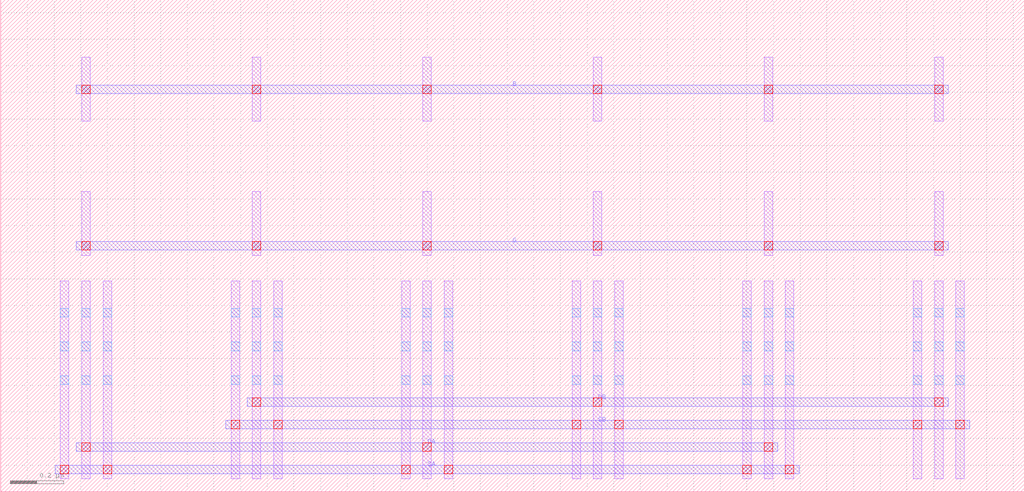
<source format=lef>
MACRO CMC_S_NMOS_B_nfin36_n12_X3_Y1_RVT
  ORIGIN 0 0 ;
  FOREIGN CMC_S_NMOS_B_nfin36_n12_X3_Y1_RVT 0 0 ;
  SIZE 3.8400 BY 1.8480 ;
  PIN SA
    DIRECTION INOUT ;
    USE SIGNAL ;
    PORT
      LAYER M2 ;
        RECT 0.2040 0.0680 2.9960 0.1000 ;
    END
  END SA
  PIN DA
    DIRECTION INOUT ;
    USE SIGNAL ;
    PORT
      LAYER M2 ;
        RECT 0.2840 0.1520 2.9160 0.1840 ;
    END
  END DA
  PIN SB
    DIRECTION INOUT ;
    USE SIGNAL ;
    PORT
      LAYER M2 ;
        RECT 0.8440 0.2360 3.6360 0.2680 ;
    END
  END SB
  PIN DB
    DIRECTION INOUT ;
    USE SIGNAL ;
    PORT
      LAYER M2 ;
        RECT 0.9240 0.3200 3.5560 0.3520 ;
    END
  END DB
  PIN G
    DIRECTION INOUT ;
    USE SIGNAL ;
    PORT
      LAYER M2 ;
        RECT 0.2840 0.9080 3.5560 0.9400 ;
    END
  END G
  PIN B
    DIRECTION INOUT ;
    USE SIGNAL ;
    PORT
      LAYER M2 ;
        RECT 0.2840 1.4960 3.5560 1.5280 ;
    END
  END B
  OBS
    LAYER M1 ;
      RECT 0.3040 0.0480 0.3360 0.7920 ;
    LAYER M1 ;
      RECT 0.3040 0.8880 0.3360 1.1280 ;
    LAYER M1 ;
      RECT 0.3040 1.3920 0.3360 1.6320 ;
    LAYER M1 ;
      RECT 0.2240 0.0480 0.2560 0.7920 ;
    LAYER M1 ;
      RECT 0.3840 0.0480 0.4160 0.7920 ;
    LAYER M1 ;
      RECT 0.9440 0.0480 0.9760 0.7920 ;
    LAYER M1 ;
      RECT 0.9440 0.8880 0.9760 1.1280 ;
    LAYER M1 ;
      RECT 0.9440 1.3920 0.9760 1.6320 ;
    LAYER M1 ;
      RECT 0.8640 0.0480 0.8960 0.7920 ;
    LAYER M1 ;
      RECT 1.0240 0.0480 1.0560 0.7920 ;
    LAYER M1 ;
      RECT 1.5840 0.0480 1.6160 0.7920 ;
    LAYER M1 ;
      RECT 1.5840 0.8880 1.6160 1.1280 ;
    LAYER M1 ;
      RECT 1.5840 1.3920 1.6160 1.6320 ;
    LAYER M1 ;
      RECT 1.5040 0.0480 1.5360 0.7920 ;
    LAYER M1 ;
      RECT 1.6640 0.0480 1.6960 0.7920 ;
    LAYER M1 ;
      RECT 2.2240 0.0480 2.2560 0.7920 ;
    LAYER M1 ;
      RECT 2.2240 0.8880 2.2560 1.1280 ;
    LAYER M1 ;
      RECT 2.2240 1.3920 2.2560 1.6320 ;
    LAYER M1 ;
      RECT 2.1440 0.0480 2.1760 0.7920 ;
    LAYER M1 ;
      RECT 2.3040 0.0480 2.3360 0.7920 ;
    LAYER M1 ;
      RECT 2.8640 0.0480 2.8960 0.7920 ;
    LAYER M1 ;
      RECT 2.8640 0.8880 2.8960 1.1280 ;
    LAYER M1 ;
      RECT 2.8640 1.3920 2.8960 1.6320 ;
    LAYER M1 ;
      RECT 2.7840 0.0480 2.8160 0.7920 ;
    LAYER M1 ;
      RECT 2.9440 0.0480 2.9760 0.7920 ;
    LAYER M1 ;
      RECT 3.5040 0.0480 3.5360 0.7920 ;
    LAYER M1 ;
      RECT 3.5040 0.8880 3.5360 1.1280 ;
    LAYER M1 ;
      RECT 3.5040 1.3920 3.5360 1.6320 ;
    LAYER M1 ;
      RECT 3.4240 0.0480 3.4560 0.7920 ;
    LAYER M1 ;
      RECT 3.5840 0.0480 3.6160 0.7920 ;
    LAYER V1 ;
      RECT 2.7840 0.0680 2.8160 0.1000 ;
    LAYER V1 ;
      RECT 0.2240 0.0680 0.2560 0.1000 ;
    LAYER V1 ;
      RECT 0.3840 0.0680 0.4160 0.1000 ;
    LAYER V1 ;
      RECT 2.9440 0.0680 2.9760 0.1000 ;
    LAYER V1 ;
      RECT 1.5040 0.0680 1.5360 0.1000 ;
    LAYER V1 ;
      RECT 1.6640 0.0680 1.6960 0.1000 ;
    LAYER V1 ;
      RECT 0.3040 0.1520 0.3360 0.1840 ;
    LAYER V1 ;
      RECT 0.3040 0.9080 0.3360 0.9400 ;
    LAYER V1 ;
      RECT 0.3040 1.4960 0.3360 1.5280 ;
    LAYER V1 ;
      RECT 2.8640 0.1520 2.8960 0.1840 ;
    LAYER V1 ;
      RECT 2.8640 0.9080 2.8960 0.9400 ;
    LAYER V1 ;
      RECT 2.8640 1.4960 2.8960 1.5280 ;
    LAYER V1 ;
      RECT 1.5840 0.1520 1.6160 0.1840 ;
    LAYER V1 ;
      RECT 1.5840 0.9080 1.6160 0.9400 ;
    LAYER V1 ;
      RECT 1.5840 1.4960 1.6160 1.5280 ;
    LAYER V1 ;
      RECT 0.8640 0.2360 0.8960 0.2680 ;
    LAYER V1 ;
      RECT 3.4240 0.2360 3.4560 0.2680 ;
    LAYER V1 ;
      RECT 1.0240 0.2360 1.0560 0.2680 ;
    LAYER V1 ;
      RECT 3.5840 0.2360 3.6160 0.2680 ;
    LAYER V1 ;
      RECT 2.1440 0.2360 2.1760 0.2680 ;
    LAYER V1 ;
      RECT 2.3040 0.2360 2.3360 0.2680 ;
    LAYER V1 ;
      RECT 0.9440 0.3200 0.9760 0.3520 ;
    LAYER V1 ;
      RECT 0.9440 0.9080 0.9760 0.9400 ;
    LAYER V1 ;
      RECT 0.9440 1.4960 0.9760 1.5280 ;
    LAYER V1 ;
      RECT 3.5040 0.3200 3.5360 0.3520 ;
    LAYER V1 ;
      RECT 3.5040 0.9080 3.5360 0.9400 ;
    LAYER V1 ;
      RECT 3.5040 1.4960 3.5360 1.5280 ;
    LAYER V1 ;
      RECT 2.2240 0.3200 2.2560 0.3520 ;
    LAYER V1 ;
      RECT 2.2240 0.9080 2.2560 0.9400 ;
    LAYER V1 ;
      RECT 2.2240 1.4960 2.2560 1.5280 ;
    LAYER V0 ;
      RECT 0.3040 0.4040 0.3360 0.4360 ;
    LAYER V0 ;
      RECT 0.3040 0.5300 0.3360 0.5620 ;
    LAYER V0 ;
      RECT 0.3040 0.6560 0.3360 0.6880 ;
    LAYER V0 ;
      RECT 0.3040 0.9080 0.3360 0.9400 ;
    LAYER V0 ;
      RECT 0.3040 1.4960 0.3360 1.5280 ;
    LAYER V0 ;
      RECT 0.2240 0.4040 0.2560 0.4360 ;
    LAYER V0 ;
      RECT 0.2240 0.5300 0.2560 0.5620 ;
    LAYER V0 ;
      RECT 0.2240 0.6560 0.2560 0.6880 ;
    LAYER V0 ;
      RECT 0.3840 0.4040 0.4160 0.4360 ;
    LAYER V0 ;
      RECT 0.3840 0.5300 0.4160 0.5620 ;
    LAYER V0 ;
      RECT 0.3840 0.6560 0.4160 0.6880 ;
    LAYER V0 ;
      RECT 0.9440 0.4040 0.9760 0.4360 ;
    LAYER V0 ;
      RECT 0.9440 0.5300 0.9760 0.5620 ;
    LAYER V0 ;
      RECT 0.9440 0.6560 0.9760 0.6880 ;
    LAYER V0 ;
      RECT 0.9440 0.9080 0.9760 0.9400 ;
    LAYER V0 ;
      RECT 0.9440 1.4960 0.9760 1.5280 ;
    LAYER V0 ;
      RECT 0.8640 0.4040 0.8960 0.4360 ;
    LAYER V0 ;
      RECT 0.8640 0.5300 0.8960 0.5620 ;
    LAYER V0 ;
      RECT 0.8640 0.6560 0.8960 0.6880 ;
    LAYER V0 ;
      RECT 1.0240 0.4040 1.0560 0.4360 ;
    LAYER V0 ;
      RECT 1.0240 0.5300 1.0560 0.5620 ;
    LAYER V0 ;
      RECT 1.0240 0.6560 1.0560 0.6880 ;
    LAYER V0 ;
      RECT 1.5840 0.4040 1.6160 0.4360 ;
    LAYER V0 ;
      RECT 1.5840 0.5300 1.6160 0.5620 ;
    LAYER V0 ;
      RECT 1.5840 0.6560 1.6160 0.6880 ;
    LAYER V0 ;
      RECT 1.5840 0.9080 1.6160 0.9400 ;
    LAYER V0 ;
      RECT 1.5840 1.4960 1.6160 1.5280 ;
    LAYER V0 ;
      RECT 1.5040 0.4040 1.5360 0.4360 ;
    LAYER V0 ;
      RECT 1.5040 0.5300 1.5360 0.5620 ;
    LAYER V0 ;
      RECT 1.5040 0.6560 1.5360 0.6880 ;
    LAYER V0 ;
      RECT 1.6640 0.4040 1.6960 0.4360 ;
    LAYER V0 ;
      RECT 1.6640 0.5300 1.6960 0.5620 ;
    LAYER V0 ;
      RECT 1.6640 0.6560 1.6960 0.6880 ;
    LAYER V0 ;
      RECT 2.2240 0.4040 2.2560 0.4360 ;
    LAYER V0 ;
      RECT 2.2240 0.5300 2.2560 0.5620 ;
    LAYER V0 ;
      RECT 2.2240 0.6560 2.2560 0.6880 ;
    LAYER V0 ;
      RECT 2.2240 0.9080 2.2560 0.9400 ;
    LAYER V0 ;
      RECT 2.2240 1.4960 2.2560 1.5280 ;
    LAYER V0 ;
      RECT 2.1440 0.4040 2.1760 0.4360 ;
    LAYER V0 ;
      RECT 2.1440 0.5300 2.1760 0.5620 ;
    LAYER V0 ;
      RECT 2.1440 0.6560 2.1760 0.6880 ;
    LAYER V0 ;
      RECT 2.3040 0.4040 2.3360 0.4360 ;
    LAYER V0 ;
      RECT 2.3040 0.5300 2.3360 0.5620 ;
    LAYER V0 ;
      RECT 2.3040 0.6560 2.3360 0.6880 ;
    LAYER V0 ;
      RECT 2.8640 0.4040 2.8960 0.4360 ;
    LAYER V0 ;
      RECT 2.8640 0.5300 2.8960 0.5620 ;
    LAYER V0 ;
      RECT 2.8640 0.6560 2.8960 0.6880 ;
    LAYER V0 ;
      RECT 2.8640 0.9080 2.8960 0.9400 ;
    LAYER V0 ;
      RECT 2.8640 1.4960 2.8960 1.5280 ;
    LAYER V0 ;
      RECT 2.7840 0.4040 2.8160 0.4360 ;
    LAYER V0 ;
      RECT 2.7840 0.5300 2.8160 0.5620 ;
    LAYER V0 ;
      RECT 2.7840 0.6560 2.8160 0.6880 ;
    LAYER V0 ;
      RECT 2.9440 0.4040 2.9760 0.4360 ;
    LAYER V0 ;
      RECT 2.9440 0.5300 2.9760 0.5620 ;
    LAYER V0 ;
      RECT 2.9440 0.6560 2.9760 0.6880 ;
    LAYER V0 ;
      RECT 3.5040 0.4040 3.5360 0.4360 ;
    LAYER V0 ;
      RECT 3.5040 0.5300 3.5360 0.5620 ;
    LAYER V0 ;
      RECT 3.5040 0.6560 3.5360 0.6880 ;
    LAYER V0 ;
      RECT 3.5040 0.9080 3.5360 0.9400 ;
    LAYER V0 ;
      RECT 3.5040 1.4960 3.5360 1.5280 ;
    LAYER V0 ;
      RECT 3.4240 0.4040 3.4560 0.4360 ;
    LAYER V0 ;
      RECT 3.4240 0.5300 3.4560 0.5620 ;
    LAYER V0 ;
      RECT 3.4240 0.6560 3.4560 0.6880 ;
    LAYER V0 ;
      RECT 3.5840 0.4040 3.6160 0.4360 ;
    LAYER V0 ;
      RECT 3.5840 0.5300 3.6160 0.5620 ;
    LAYER V0 ;
      RECT 3.5840 0.6560 3.6160 0.6880 ;
  END
END CMC_S_NMOS_B_nfin36_n12_X3_Y1_RVT
MACRO DCL_NMOS_nfin24_n12_X2_Y1_RVT
  ORIGIN 0 0 ;
  FOREIGN DCL_NMOS_nfin24_n12_X2_Y1_RVT 0 0 ;
  SIZE 0.8000 BY 1.8480 ;
  PIN S
    DIRECTION INOUT ;
    USE SIGNAL ;
    PORT
      LAYER M3 ;
        RECT 0.2200 0.0480 0.2600 1.5480 ;
    END
  END S
  PIN D
    DIRECTION INOUT ;
    USE SIGNAL ;
    PORT
      LAYER M3 ;
        RECT 0.3000 0.1320 0.3400 0.9600 ;
    END
  END D
  OBS
    LAYER M1 ;
      RECT 0.3040 0.0480 0.3360 0.7920 ;
    LAYER M1 ;
      RECT 0.3040 0.8880 0.3360 1.1280 ;
    LAYER M1 ;
      RECT 0.3040 1.3920 0.3360 1.6320 ;
    LAYER M1 ;
      RECT 0.2240 0.0480 0.2560 0.7920 ;
    LAYER M1 ;
      RECT 0.3840 0.0480 0.4160 0.7920 ;
    LAYER M1 ;
      RECT 0.4640 0.0480 0.4960 0.7920 ;
    LAYER M1 ;
      RECT 0.4640 0.8880 0.4960 1.1280 ;
    LAYER M1 ;
      RECT 0.4640 1.3920 0.4960 1.6320 ;
    LAYER M1 ;
      RECT 0.5440 0.0480 0.5760 0.7920 ;
    LAYER M2 ;
      RECT 0.2040 1.4960 0.5160 1.5280 ;
    LAYER M2 ;
      RECT 0.2040 0.0680 0.5960 0.1000 ;
    LAYER M2 ;
      RECT 0.2840 0.1520 0.5160 0.1840 ;
    LAYER M2 ;
      RECT 0.2840 0.9080 0.5160 0.9400 ;
    LAYER V1 ;
      RECT 0.3040 0.1520 0.3360 0.1840 ;
    LAYER V1 ;
      RECT 0.3040 0.9080 0.3360 0.9400 ;
    LAYER V1 ;
      RECT 0.3040 1.4960 0.3360 1.5280 ;
    LAYER V1 ;
      RECT 0.4640 0.1520 0.4960 0.1840 ;
    LAYER V1 ;
      RECT 0.4640 0.9080 0.4960 0.9400 ;
    LAYER V1 ;
      RECT 0.4640 1.4960 0.4960 1.5280 ;
    LAYER V1 ;
      RECT 0.2240 0.0680 0.2560 0.1000 ;
    LAYER V1 ;
      RECT 0.3840 0.0680 0.4160 0.1000 ;
    LAYER V1 ;
      RECT 0.5440 0.0680 0.5760 0.1000 ;
    LAYER V2 ;
      RECT 0.2240 0.0680 0.2560 0.1000 ;
    LAYER V2 ;
      RECT 0.2240 1.4960 0.2560 1.5280 ;
    LAYER V2 ;
      RECT 0.3040 0.1520 0.3360 0.1840 ;
    LAYER V2 ;
      RECT 0.3040 0.9080 0.3360 0.9400 ;
    LAYER V0 ;
      RECT 0.3040 0.4040 0.3360 0.4360 ;
    LAYER V0 ;
      RECT 0.3040 0.5300 0.3360 0.5620 ;
    LAYER V0 ;
      RECT 0.3040 0.6560 0.3360 0.6880 ;
    LAYER V0 ;
      RECT 0.3040 0.9080 0.3360 0.9400 ;
    LAYER V0 ;
      RECT 0.3040 1.4960 0.3360 1.5280 ;
    LAYER V0 ;
      RECT 0.2240 0.4040 0.2560 0.4360 ;
    LAYER V0 ;
      RECT 0.2240 0.5300 0.2560 0.5620 ;
    LAYER V0 ;
      RECT 0.2240 0.6560 0.2560 0.6880 ;
    LAYER V0 ;
      RECT 0.3840 0.4040 0.4160 0.4360 ;
    LAYER V0 ;
      RECT 0.3840 0.4040 0.4160 0.4360 ;
    LAYER V0 ;
      RECT 0.3840 0.5300 0.4160 0.5620 ;
    LAYER V0 ;
      RECT 0.3840 0.5300 0.4160 0.5620 ;
    LAYER V0 ;
      RECT 0.3840 0.6560 0.4160 0.6880 ;
    LAYER V0 ;
      RECT 0.3840 0.6560 0.4160 0.6880 ;
    LAYER V0 ;
      RECT 0.4640 0.4040 0.4960 0.4360 ;
    LAYER V0 ;
      RECT 0.4640 0.5300 0.4960 0.5620 ;
    LAYER V0 ;
      RECT 0.4640 0.6560 0.4960 0.6880 ;
    LAYER V0 ;
      RECT 0.4640 0.9080 0.4960 0.9400 ;
    LAYER V0 ;
      RECT 0.4640 1.4960 0.4960 1.5280 ;
    LAYER V0 ;
      RECT 0.5440 0.4040 0.5760 0.4360 ;
    LAYER V0 ;
      RECT 0.5440 0.5300 0.5760 0.5620 ;
    LAYER V0 ;
      RECT 0.5440 0.6560 0.5760 0.6880 ;
  END
END DCL_NMOS_nfin24_n12_X2_Y1_RVT
MACRO CMC_PMOS_nfin12_n12_X1_Y1_RVT
  ORIGIN 0 0 ;
  FOREIGN CMC_PMOS_nfin12_n12_X1_Y1_RVT 0 0 ;
  SIZE 0.8000 BY 1.8480 ;
  PIN S
    DIRECTION INOUT ;
    USE SIGNAL ;
    PORT
      LAYER M3 ;
        RECT 0.1400 0.0480 0.1800 1.5480 ;
    END
  END S
  PIN DA
    DIRECTION INOUT ;
    USE SIGNAL ;
    PORT
      LAYER M2 ;
        RECT 0.1240 0.1520 0.3560 0.1840 ;
    END
  END DA
  PIN DB
    DIRECTION INOUT ;
    USE SIGNAL ;
    PORT
      LAYER M2 ;
        RECT 0.2840 0.2360 0.5160 0.2680 ;
    END
  END DB
  PIN G
    DIRECTION INOUT ;
    USE SIGNAL ;
    PORT
      LAYER M2 ;
        RECT 0.2840 0.9080 0.5160 0.9400 ;
    END
  END G
  OBS
    LAYER M1 ;
      RECT 0.3040 0.0480 0.3360 0.7920 ;
    LAYER M1 ;
      RECT 0.3040 0.8880 0.3360 1.1280 ;
    LAYER M1 ;
      RECT 0.3040 1.3920 0.3360 1.6320 ;
    LAYER M1 ;
      RECT 0.2240 0.0480 0.2560 0.7920 ;
    LAYER M1 ;
      RECT 0.3840 0.0480 0.4160 0.7920 ;
    LAYER M1 ;
      RECT 0.4640 0.0480 0.4960 0.7920 ;
    LAYER M1 ;
      RECT 0.4640 0.8880 0.4960 1.1280 ;
    LAYER M1 ;
      RECT 0.4640 1.3920 0.4960 1.6320 ;
    LAYER M1 ;
      RECT 0.5440 0.0480 0.5760 0.7920 ;
    LAYER M2 ;
      RECT 0.1240 1.4960 0.5160 1.5280 ;
    LAYER M2 ;
      RECT 0.1240 0.0680 0.5960 0.1000 ;
    LAYER V1 ;
      RECT 0.3040 0.1520 0.3360 0.1840 ;
    LAYER V1 ;
      RECT 0.3040 0.9080 0.3360 0.9400 ;
    LAYER V1 ;
      RECT 0.3040 1.4960 0.3360 1.5280 ;
    LAYER V1 ;
      RECT 0.4640 0.2360 0.4960 0.2680 ;
    LAYER V1 ;
      RECT 0.4640 0.9080 0.4960 0.9400 ;
    LAYER V1 ;
      RECT 0.4640 1.4960 0.4960 1.5280 ;
    LAYER V1 ;
      RECT 0.2240 0.0680 0.2560 0.1000 ;
    LAYER V1 ;
      RECT 0.3840 0.0680 0.4160 0.1000 ;
    LAYER V1 ;
      RECT 0.5440 0.0680 0.5760 0.1000 ;
    LAYER V2 ;
      RECT 0.1440 0.0680 0.1760 0.1000 ;
    LAYER V2 ;
      RECT 0.1440 1.4960 0.1760 1.5280 ;
    LAYER V0 ;
      RECT 0.3040 0.4040 0.3360 0.4360 ;
    LAYER V0 ;
      RECT 0.3040 0.5300 0.3360 0.5620 ;
    LAYER V0 ;
      RECT 0.3040 0.6560 0.3360 0.6880 ;
    LAYER V0 ;
      RECT 0.3040 0.9080 0.3360 0.9400 ;
    LAYER V0 ;
      RECT 0.3040 1.4960 0.3360 1.5280 ;
    LAYER V0 ;
      RECT 0.2240 0.4040 0.2560 0.4360 ;
    LAYER V0 ;
      RECT 0.2240 0.5300 0.2560 0.5620 ;
    LAYER V0 ;
      RECT 0.2240 0.6560 0.2560 0.6880 ;
    LAYER V0 ;
      RECT 0.3840 0.4040 0.4160 0.4360 ;
    LAYER V0 ;
      RECT 0.3840 0.4040 0.4160 0.4360 ;
    LAYER V0 ;
      RECT 0.3840 0.5300 0.4160 0.5620 ;
    LAYER V0 ;
      RECT 0.3840 0.5300 0.4160 0.5620 ;
    LAYER V0 ;
      RECT 0.3840 0.6560 0.4160 0.6880 ;
    LAYER V0 ;
      RECT 0.3840 0.6560 0.4160 0.6880 ;
    LAYER V0 ;
      RECT 0.4640 0.4040 0.4960 0.4360 ;
    LAYER V0 ;
      RECT 0.4640 0.5300 0.4960 0.5620 ;
    LAYER V0 ;
      RECT 0.4640 0.6560 0.4960 0.6880 ;
    LAYER V0 ;
      RECT 0.4640 0.9080 0.4960 0.9400 ;
    LAYER V0 ;
      RECT 0.4640 1.4960 0.4960 1.5280 ;
    LAYER V0 ;
      RECT 0.5440 0.4040 0.5760 0.4360 ;
    LAYER V0 ;
      RECT 0.5440 0.5300 0.5760 0.5620 ;
    LAYER V0 ;
      RECT 0.5440 0.6560 0.5760 0.6880 ;
  END
END CMC_PMOS_nfin12_n12_X1_Y1_RVT
MACRO DP_NMOS_B_nfin108_n12_X9_Y1_RVT
  ORIGIN 0 0 ;
  FOREIGN DP_NMOS_B_nfin108_n12_X9_Y1_RVT 0 0 ;
  SIZE 3.3600 BY 1.8480 ;
  PIN S
    DIRECTION INOUT ;
    USE SIGNAL ;
    PORT
      LAYER M2 ;
        RECT 0.2040 0.0680 3.1560 0.1000 ;
    END
  END S
  PIN DA
    DIRECTION INOUT ;
    USE SIGNAL ;
    PORT
      LAYER M2 ;
        RECT 0.2840 0.1520 2.9160 0.1840 ;
    END
  END DA
  PIN DB
    DIRECTION INOUT ;
    USE SIGNAL ;
    PORT
      LAYER M2 ;
        RECT 0.4440 0.2360 3.0760 0.2680 ;
    END
  END DB
  PIN GA
    DIRECTION INOUT ;
    USE SIGNAL ;
    PORT
      LAYER M2 ;
        RECT 0.2840 0.9080 2.9160 0.9400 ;
    END
  END GA
  PIN GB
    DIRECTION INOUT ;
    USE SIGNAL ;
    PORT
      LAYER M2 ;
        RECT 0.4440 0.9920 3.0760 1.0240 ;
    END
  END GB
  PIN B
    DIRECTION INOUT ;
    USE SIGNAL ;
    PORT
      LAYER M2 ;
        RECT 0.2840 1.4960 3.0760 1.5280 ;
    END
  END B
  OBS
    LAYER M1 ;
      RECT 0.3040 0.0480 0.3360 0.7920 ;
    LAYER M1 ;
      RECT 0.3040 0.8880 0.3360 1.1280 ;
    LAYER M1 ;
      RECT 0.3040 1.3920 0.3360 1.6320 ;
    LAYER M1 ;
      RECT 0.2240 0.0480 0.2560 0.7920 ;
    LAYER M1 ;
      RECT 0.3840 0.0480 0.4160 0.7920 ;
    LAYER M1 ;
      RECT 0.4640 0.0480 0.4960 0.7920 ;
    LAYER M1 ;
      RECT 0.4640 0.8880 0.4960 1.1280 ;
    LAYER M1 ;
      RECT 0.4640 1.3920 0.4960 1.6320 ;
    LAYER M1 ;
      RECT 0.5440 0.0480 0.5760 0.7920 ;
    LAYER M1 ;
      RECT 0.6240 0.0480 0.6560 0.7920 ;
    LAYER M1 ;
      RECT 0.6240 0.8880 0.6560 1.1280 ;
    LAYER M1 ;
      RECT 0.6240 1.3920 0.6560 1.6320 ;
    LAYER M1 ;
      RECT 0.7040 0.0480 0.7360 0.7920 ;
    LAYER M1 ;
      RECT 0.7840 0.0480 0.8160 0.7920 ;
    LAYER M1 ;
      RECT 0.7840 0.8880 0.8160 1.1280 ;
    LAYER M1 ;
      RECT 0.7840 1.3920 0.8160 1.6320 ;
    LAYER M1 ;
      RECT 0.8640 0.0480 0.8960 0.7920 ;
    LAYER M1 ;
      RECT 0.9440 0.0480 0.9760 0.7920 ;
    LAYER M1 ;
      RECT 0.9440 0.8880 0.9760 1.1280 ;
    LAYER M1 ;
      RECT 0.9440 1.3920 0.9760 1.6320 ;
    LAYER M1 ;
      RECT 1.0240 0.0480 1.0560 0.7920 ;
    LAYER M1 ;
      RECT 1.1040 0.0480 1.1360 0.7920 ;
    LAYER M1 ;
      RECT 1.1040 0.8880 1.1360 1.1280 ;
    LAYER M1 ;
      RECT 1.1040 1.3920 1.1360 1.6320 ;
    LAYER M1 ;
      RECT 1.1840 0.0480 1.2160 0.7920 ;
    LAYER M1 ;
      RECT 1.2640 0.0480 1.2960 0.7920 ;
    LAYER M1 ;
      RECT 1.2640 0.8880 1.2960 1.1280 ;
    LAYER M1 ;
      RECT 1.2640 1.3920 1.2960 1.6320 ;
    LAYER M1 ;
      RECT 1.3440 0.0480 1.3760 0.7920 ;
    LAYER M1 ;
      RECT 1.4240 0.0480 1.4560 0.7920 ;
    LAYER M1 ;
      RECT 1.4240 0.8880 1.4560 1.1280 ;
    LAYER M1 ;
      RECT 1.4240 1.3920 1.4560 1.6320 ;
    LAYER M1 ;
      RECT 1.5040 0.0480 1.5360 0.7920 ;
    LAYER M1 ;
      RECT 1.5840 0.0480 1.6160 0.7920 ;
    LAYER M1 ;
      RECT 1.5840 0.8880 1.6160 1.1280 ;
    LAYER M1 ;
      RECT 1.5840 1.3920 1.6160 1.6320 ;
    LAYER M1 ;
      RECT 1.6640 0.0480 1.6960 0.7920 ;
    LAYER M1 ;
      RECT 1.7440 0.0480 1.7760 0.7920 ;
    LAYER M1 ;
      RECT 1.7440 0.8880 1.7760 1.1280 ;
    LAYER M1 ;
      RECT 1.7440 1.3920 1.7760 1.6320 ;
    LAYER M1 ;
      RECT 1.8240 0.0480 1.8560 0.7920 ;
    LAYER M1 ;
      RECT 1.9040 0.0480 1.9360 0.7920 ;
    LAYER M1 ;
      RECT 1.9040 0.8880 1.9360 1.1280 ;
    LAYER M1 ;
      RECT 1.9040 1.3920 1.9360 1.6320 ;
    LAYER M1 ;
      RECT 1.9840 0.0480 2.0160 0.7920 ;
    LAYER M1 ;
      RECT 2.0640 0.0480 2.0960 0.7920 ;
    LAYER M1 ;
      RECT 2.0640 0.8880 2.0960 1.1280 ;
    LAYER M1 ;
      RECT 2.0640 1.3920 2.0960 1.6320 ;
    LAYER M1 ;
      RECT 2.1440 0.0480 2.1760 0.7920 ;
    LAYER M1 ;
      RECT 2.2240 0.0480 2.2560 0.7920 ;
    LAYER M1 ;
      RECT 2.2240 0.8880 2.2560 1.1280 ;
    LAYER M1 ;
      RECT 2.2240 1.3920 2.2560 1.6320 ;
    LAYER M1 ;
      RECT 2.3040 0.0480 2.3360 0.7920 ;
    LAYER M1 ;
      RECT 2.3840 0.0480 2.4160 0.7920 ;
    LAYER M1 ;
      RECT 2.3840 0.8880 2.4160 1.1280 ;
    LAYER M1 ;
      RECT 2.3840 1.3920 2.4160 1.6320 ;
    LAYER M1 ;
      RECT 2.4640 0.0480 2.4960 0.7920 ;
    LAYER M1 ;
      RECT 2.5440 0.0480 2.5760 0.7920 ;
    LAYER M1 ;
      RECT 2.5440 0.8880 2.5760 1.1280 ;
    LAYER M1 ;
      RECT 2.5440 1.3920 2.5760 1.6320 ;
    LAYER M1 ;
      RECT 2.6240 0.0480 2.6560 0.7920 ;
    LAYER M1 ;
      RECT 2.7040 0.0480 2.7360 0.7920 ;
    LAYER M1 ;
      RECT 2.7040 0.8880 2.7360 1.1280 ;
    LAYER M1 ;
      RECT 2.7040 1.3920 2.7360 1.6320 ;
    LAYER M1 ;
      RECT 2.7840 0.0480 2.8160 0.7920 ;
    LAYER M1 ;
      RECT 2.8640 0.0480 2.8960 0.7920 ;
    LAYER M1 ;
      RECT 2.8640 0.8880 2.8960 1.1280 ;
    LAYER M1 ;
      RECT 2.8640 1.3920 2.8960 1.6320 ;
    LAYER M1 ;
      RECT 2.9440 0.0480 2.9760 0.7920 ;
    LAYER M1 ;
      RECT 3.0240 0.0480 3.0560 0.7920 ;
    LAYER M1 ;
      RECT 3.0240 0.8880 3.0560 1.1280 ;
    LAYER M1 ;
      RECT 3.0240 1.3920 3.0560 1.6320 ;
    LAYER M1 ;
      RECT 3.1040 0.0480 3.1360 0.7920 ;
    LAYER V1 ;
      RECT 0.2240 0.0680 0.2560 0.1000 ;
    LAYER V1 ;
      RECT 0.3840 0.0680 0.4160 0.1000 ;
    LAYER V1 ;
      RECT 0.5440 0.0680 0.5760 0.1000 ;
    LAYER V1 ;
      RECT 0.7040 0.0680 0.7360 0.1000 ;
    LAYER V1 ;
      RECT 0.8640 0.0680 0.8960 0.1000 ;
    LAYER V1 ;
      RECT 1.0240 0.0680 1.0560 0.1000 ;
    LAYER V1 ;
      RECT 1.1840 0.0680 1.2160 0.1000 ;
    LAYER V1 ;
      RECT 1.3440 0.0680 1.3760 0.1000 ;
    LAYER V1 ;
      RECT 1.5040 0.0680 1.5360 0.1000 ;
    LAYER V1 ;
      RECT 1.6640 0.0680 1.6960 0.1000 ;
    LAYER V1 ;
      RECT 1.8240 0.0680 1.8560 0.1000 ;
    LAYER V1 ;
      RECT 1.9840 0.0680 2.0160 0.1000 ;
    LAYER V1 ;
      RECT 2.1440 0.0680 2.1760 0.1000 ;
    LAYER V1 ;
      RECT 2.3040 0.0680 2.3360 0.1000 ;
    LAYER V1 ;
      RECT 2.4640 0.0680 2.4960 0.1000 ;
    LAYER V1 ;
      RECT 2.6240 0.0680 2.6560 0.1000 ;
    LAYER V1 ;
      RECT 2.7840 0.0680 2.8160 0.1000 ;
    LAYER V1 ;
      RECT 2.9440 0.0680 2.9760 0.1000 ;
    LAYER V1 ;
      RECT 3.1040 0.0680 3.1360 0.1000 ;
    LAYER V1 ;
      RECT 2.5440 0.1520 2.5760 0.1840 ;
    LAYER V1 ;
      RECT 2.5440 0.9080 2.5760 0.9400 ;
    LAYER V1 ;
      RECT 2.5440 1.4960 2.5760 1.5280 ;
    LAYER V1 ;
      RECT 0.3040 0.1520 0.3360 0.1840 ;
    LAYER V1 ;
      RECT 0.3040 0.9080 0.3360 0.9400 ;
    LAYER V1 ;
      RECT 0.3040 1.4960 0.3360 1.5280 ;
    LAYER V1 ;
      RECT 2.8640 0.1520 2.8960 0.1840 ;
    LAYER V1 ;
      RECT 2.8640 0.9080 2.8960 0.9400 ;
    LAYER V1 ;
      RECT 2.8640 1.4960 2.8960 1.5280 ;
    LAYER V1 ;
      RECT 0.6240 0.1520 0.6560 0.1840 ;
    LAYER V1 ;
      RECT 0.6240 0.9080 0.6560 0.9400 ;
    LAYER V1 ;
      RECT 0.6240 1.4960 0.6560 1.5280 ;
    LAYER V1 ;
      RECT 0.9440 0.1520 0.9760 0.1840 ;
    LAYER V1 ;
      RECT 0.9440 0.9080 0.9760 0.9400 ;
    LAYER V1 ;
      RECT 0.9440 1.4960 0.9760 1.5280 ;
    LAYER V1 ;
      RECT 1.2640 0.1520 1.2960 0.1840 ;
    LAYER V1 ;
      RECT 1.2640 0.9080 1.2960 0.9400 ;
    LAYER V1 ;
      RECT 1.2640 1.4960 1.2960 1.5280 ;
    LAYER V1 ;
      RECT 1.5840 0.1520 1.6160 0.1840 ;
    LAYER V1 ;
      RECT 1.5840 0.9080 1.6160 0.9400 ;
    LAYER V1 ;
      RECT 1.5840 1.4960 1.6160 1.5280 ;
    LAYER V1 ;
      RECT 1.9040 0.1520 1.9360 0.1840 ;
    LAYER V1 ;
      RECT 1.9040 0.9080 1.9360 0.9400 ;
    LAYER V1 ;
      RECT 1.9040 1.4960 1.9360 1.5280 ;
    LAYER V1 ;
      RECT 2.2240 0.1520 2.2560 0.1840 ;
    LAYER V1 ;
      RECT 2.2240 0.9080 2.2560 0.9400 ;
    LAYER V1 ;
      RECT 2.2240 1.4960 2.2560 1.5280 ;
    LAYER V1 ;
      RECT 2.7040 0.2360 2.7360 0.2680 ;
    LAYER V1 ;
      RECT 2.7040 0.9920 2.7360 1.0240 ;
    LAYER V1 ;
      RECT 2.7040 1.4960 2.7360 1.5280 ;
    LAYER V1 ;
      RECT 3.0240 0.2360 3.0560 0.2680 ;
    LAYER V1 ;
      RECT 3.0240 0.9920 3.0560 1.0240 ;
    LAYER V1 ;
      RECT 3.0240 1.4960 3.0560 1.5280 ;
    LAYER V1 ;
      RECT 0.4640 0.2360 0.4960 0.2680 ;
    LAYER V1 ;
      RECT 0.4640 0.9920 0.4960 1.0240 ;
    LAYER V1 ;
      RECT 0.4640 1.4960 0.4960 1.5280 ;
    LAYER V1 ;
      RECT 0.7840 0.2360 0.8160 0.2680 ;
    LAYER V1 ;
      RECT 0.7840 0.9920 0.8160 1.0240 ;
    LAYER V1 ;
      RECT 0.7840 1.4960 0.8160 1.5280 ;
    LAYER V1 ;
      RECT 1.1040 0.2360 1.1360 0.2680 ;
    LAYER V1 ;
      RECT 1.1040 0.9920 1.1360 1.0240 ;
    LAYER V1 ;
      RECT 1.1040 1.4960 1.1360 1.5280 ;
    LAYER V1 ;
      RECT 1.4240 0.2360 1.4560 0.2680 ;
    LAYER V1 ;
      RECT 1.4240 0.9920 1.4560 1.0240 ;
    LAYER V1 ;
      RECT 1.4240 1.4960 1.4560 1.5280 ;
    LAYER V1 ;
      RECT 1.7440 0.2360 1.7760 0.2680 ;
    LAYER V1 ;
      RECT 1.7440 0.9920 1.7760 1.0240 ;
    LAYER V1 ;
      RECT 1.7440 1.4960 1.7760 1.5280 ;
    LAYER V1 ;
      RECT 2.0640 0.2360 2.0960 0.2680 ;
    LAYER V1 ;
      RECT 2.0640 0.9920 2.0960 1.0240 ;
    LAYER V1 ;
      RECT 2.0640 1.4960 2.0960 1.5280 ;
    LAYER V1 ;
      RECT 2.3840 0.2360 2.4160 0.2680 ;
    LAYER V1 ;
      RECT 2.3840 0.9920 2.4160 1.0240 ;
    LAYER V1 ;
      RECT 2.3840 1.4960 2.4160 1.5280 ;
    LAYER V0 ;
      RECT 0.3040 0.4040 0.3360 0.4360 ;
    LAYER V0 ;
      RECT 0.3040 0.5300 0.3360 0.5620 ;
    LAYER V0 ;
      RECT 0.3040 0.6560 0.3360 0.6880 ;
    LAYER V0 ;
      RECT 0.3040 0.9080 0.3360 0.9400 ;
    LAYER V0 ;
      RECT 0.3040 1.4960 0.3360 1.5280 ;
    LAYER V0 ;
      RECT 0.2240 0.4040 0.2560 0.4360 ;
    LAYER V0 ;
      RECT 0.2240 0.5300 0.2560 0.5620 ;
    LAYER V0 ;
      RECT 0.2240 0.6560 0.2560 0.6880 ;
    LAYER V0 ;
      RECT 0.3840 0.4040 0.4160 0.4360 ;
    LAYER V0 ;
      RECT 0.3840 0.4040 0.4160 0.4360 ;
    LAYER V0 ;
      RECT 0.3840 0.5300 0.4160 0.5620 ;
    LAYER V0 ;
      RECT 0.3840 0.5300 0.4160 0.5620 ;
    LAYER V0 ;
      RECT 0.3840 0.6560 0.4160 0.6880 ;
    LAYER V0 ;
      RECT 0.3840 0.6560 0.4160 0.6880 ;
    LAYER V0 ;
      RECT 0.4640 0.4040 0.4960 0.4360 ;
    LAYER V0 ;
      RECT 0.4640 0.5300 0.4960 0.5620 ;
    LAYER V0 ;
      RECT 0.4640 0.6560 0.4960 0.6880 ;
    LAYER V0 ;
      RECT 0.4640 0.9080 0.4960 0.9400 ;
    LAYER V0 ;
      RECT 0.4640 1.4960 0.4960 1.5280 ;
    LAYER V0 ;
      RECT 0.5440 0.4040 0.5760 0.4360 ;
    LAYER V0 ;
      RECT 0.5440 0.4040 0.5760 0.4360 ;
    LAYER V0 ;
      RECT 0.5440 0.5300 0.5760 0.5620 ;
    LAYER V0 ;
      RECT 0.5440 0.5300 0.5760 0.5620 ;
    LAYER V0 ;
      RECT 0.5440 0.6560 0.5760 0.6880 ;
    LAYER V0 ;
      RECT 0.5440 0.6560 0.5760 0.6880 ;
    LAYER V0 ;
      RECT 0.6240 0.4040 0.6560 0.4360 ;
    LAYER V0 ;
      RECT 0.6240 0.5300 0.6560 0.5620 ;
    LAYER V0 ;
      RECT 0.6240 0.6560 0.6560 0.6880 ;
    LAYER V0 ;
      RECT 0.6240 0.9080 0.6560 0.9400 ;
    LAYER V0 ;
      RECT 0.6240 1.4960 0.6560 1.5280 ;
    LAYER V0 ;
      RECT 0.7040 0.4040 0.7360 0.4360 ;
    LAYER V0 ;
      RECT 0.7040 0.4040 0.7360 0.4360 ;
    LAYER V0 ;
      RECT 0.7040 0.5300 0.7360 0.5620 ;
    LAYER V0 ;
      RECT 0.7040 0.5300 0.7360 0.5620 ;
    LAYER V0 ;
      RECT 0.7040 0.6560 0.7360 0.6880 ;
    LAYER V0 ;
      RECT 0.7040 0.6560 0.7360 0.6880 ;
    LAYER V0 ;
      RECT 0.7840 0.4040 0.8160 0.4360 ;
    LAYER V0 ;
      RECT 0.7840 0.5300 0.8160 0.5620 ;
    LAYER V0 ;
      RECT 0.7840 0.6560 0.8160 0.6880 ;
    LAYER V0 ;
      RECT 0.7840 0.9080 0.8160 0.9400 ;
    LAYER V0 ;
      RECT 0.7840 1.4960 0.8160 1.5280 ;
    LAYER V0 ;
      RECT 0.8640 0.4040 0.8960 0.4360 ;
    LAYER V0 ;
      RECT 0.8640 0.4040 0.8960 0.4360 ;
    LAYER V0 ;
      RECT 0.8640 0.5300 0.8960 0.5620 ;
    LAYER V0 ;
      RECT 0.8640 0.5300 0.8960 0.5620 ;
    LAYER V0 ;
      RECT 0.8640 0.6560 0.8960 0.6880 ;
    LAYER V0 ;
      RECT 0.8640 0.6560 0.8960 0.6880 ;
    LAYER V0 ;
      RECT 0.9440 0.4040 0.9760 0.4360 ;
    LAYER V0 ;
      RECT 0.9440 0.5300 0.9760 0.5620 ;
    LAYER V0 ;
      RECT 0.9440 0.6560 0.9760 0.6880 ;
    LAYER V0 ;
      RECT 0.9440 0.9080 0.9760 0.9400 ;
    LAYER V0 ;
      RECT 0.9440 1.4960 0.9760 1.5280 ;
    LAYER V0 ;
      RECT 1.0240 0.4040 1.0560 0.4360 ;
    LAYER V0 ;
      RECT 1.0240 0.4040 1.0560 0.4360 ;
    LAYER V0 ;
      RECT 1.0240 0.5300 1.0560 0.5620 ;
    LAYER V0 ;
      RECT 1.0240 0.5300 1.0560 0.5620 ;
    LAYER V0 ;
      RECT 1.0240 0.6560 1.0560 0.6880 ;
    LAYER V0 ;
      RECT 1.0240 0.6560 1.0560 0.6880 ;
    LAYER V0 ;
      RECT 1.1040 0.4040 1.1360 0.4360 ;
    LAYER V0 ;
      RECT 1.1040 0.5300 1.1360 0.5620 ;
    LAYER V0 ;
      RECT 1.1040 0.6560 1.1360 0.6880 ;
    LAYER V0 ;
      RECT 1.1040 0.9080 1.1360 0.9400 ;
    LAYER V0 ;
      RECT 1.1040 1.4960 1.1360 1.5280 ;
    LAYER V0 ;
      RECT 1.1840 0.4040 1.2160 0.4360 ;
    LAYER V0 ;
      RECT 1.1840 0.4040 1.2160 0.4360 ;
    LAYER V0 ;
      RECT 1.1840 0.5300 1.2160 0.5620 ;
    LAYER V0 ;
      RECT 1.1840 0.5300 1.2160 0.5620 ;
    LAYER V0 ;
      RECT 1.1840 0.6560 1.2160 0.6880 ;
    LAYER V0 ;
      RECT 1.1840 0.6560 1.2160 0.6880 ;
    LAYER V0 ;
      RECT 1.2640 0.4040 1.2960 0.4360 ;
    LAYER V0 ;
      RECT 1.2640 0.5300 1.2960 0.5620 ;
    LAYER V0 ;
      RECT 1.2640 0.6560 1.2960 0.6880 ;
    LAYER V0 ;
      RECT 1.2640 0.9080 1.2960 0.9400 ;
    LAYER V0 ;
      RECT 1.2640 1.4960 1.2960 1.5280 ;
    LAYER V0 ;
      RECT 1.3440 0.4040 1.3760 0.4360 ;
    LAYER V0 ;
      RECT 1.3440 0.4040 1.3760 0.4360 ;
    LAYER V0 ;
      RECT 1.3440 0.5300 1.3760 0.5620 ;
    LAYER V0 ;
      RECT 1.3440 0.5300 1.3760 0.5620 ;
    LAYER V0 ;
      RECT 1.3440 0.6560 1.3760 0.6880 ;
    LAYER V0 ;
      RECT 1.3440 0.6560 1.3760 0.6880 ;
    LAYER V0 ;
      RECT 1.4240 0.4040 1.4560 0.4360 ;
    LAYER V0 ;
      RECT 1.4240 0.5300 1.4560 0.5620 ;
    LAYER V0 ;
      RECT 1.4240 0.6560 1.4560 0.6880 ;
    LAYER V0 ;
      RECT 1.4240 0.9080 1.4560 0.9400 ;
    LAYER V0 ;
      RECT 1.4240 1.4960 1.4560 1.5280 ;
    LAYER V0 ;
      RECT 1.5040 0.4040 1.5360 0.4360 ;
    LAYER V0 ;
      RECT 1.5040 0.4040 1.5360 0.4360 ;
    LAYER V0 ;
      RECT 1.5040 0.5300 1.5360 0.5620 ;
    LAYER V0 ;
      RECT 1.5040 0.5300 1.5360 0.5620 ;
    LAYER V0 ;
      RECT 1.5040 0.6560 1.5360 0.6880 ;
    LAYER V0 ;
      RECT 1.5040 0.6560 1.5360 0.6880 ;
    LAYER V0 ;
      RECT 1.5840 0.4040 1.6160 0.4360 ;
    LAYER V0 ;
      RECT 1.5840 0.5300 1.6160 0.5620 ;
    LAYER V0 ;
      RECT 1.5840 0.6560 1.6160 0.6880 ;
    LAYER V0 ;
      RECT 1.5840 0.9080 1.6160 0.9400 ;
    LAYER V0 ;
      RECT 1.5840 1.4960 1.6160 1.5280 ;
    LAYER V0 ;
      RECT 1.6640 0.4040 1.6960 0.4360 ;
    LAYER V0 ;
      RECT 1.6640 0.4040 1.6960 0.4360 ;
    LAYER V0 ;
      RECT 1.6640 0.5300 1.6960 0.5620 ;
    LAYER V0 ;
      RECT 1.6640 0.5300 1.6960 0.5620 ;
    LAYER V0 ;
      RECT 1.6640 0.6560 1.6960 0.6880 ;
    LAYER V0 ;
      RECT 1.6640 0.6560 1.6960 0.6880 ;
    LAYER V0 ;
      RECT 1.7440 0.4040 1.7760 0.4360 ;
    LAYER V0 ;
      RECT 1.7440 0.5300 1.7760 0.5620 ;
    LAYER V0 ;
      RECT 1.7440 0.6560 1.7760 0.6880 ;
    LAYER V0 ;
      RECT 1.7440 0.9080 1.7760 0.9400 ;
    LAYER V0 ;
      RECT 1.7440 1.4960 1.7760 1.5280 ;
    LAYER V0 ;
      RECT 1.8240 0.4040 1.8560 0.4360 ;
    LAYER V0 ;
      RECT 1.8240 0.4040 1.8560 0.4360 ;
    LAYER V0 ;
      RECT 1.8240 0.5300 1.8560 0.5620 ;
    LAYER V0 ;
      RECT 1.8240 0.5300 1.8560 0.5620 ;
    LAYER V0 ;
      RECT 1.8240 0.6560 1.8560 0.6880 ;
    LAYER V0 ;
      RECT 1.8240 0.6560 1.8560 0.6880 ;
    LAYER V0 ;
      RECT 1.9040 0.4040 1.9360 0.4360 ;
    LAYER V0 ;
      RECT 1.9040 0.5300 1.9360 0.5620 ;
    LAYER V0 ;
      RECT 1.9040 0.6560 1.9360 0.6880 ;
    LAYER V0 ;
      RECT 1.9040 0.9080 1.9360 0.9400 ;
    LAYER V0 ;
      RECT 1.9040 1.4960 1.9360 1.5280 ;
    LAYER V0 ;
      RECT 1.9840 0.4040 2.0160 0.4360 ;
    LAYER V0 ;
      RECT 1.9840 0.4040 2.0160 0.4360 ;
    LAYER V0 ;
      RECT 1.9840 0.5300 2.0160 0.5620 ;
    LAYER V0 ;
      RECT 1.9840 0.5300 2.0160 0.5620 ;
    LAYER V0 ;
      RECT 1.9840 0.6560 2.0160 0.6880 ;
    LAYER V0 ;
      RECT 1.9840 0.6560 2.0160 0.6880 ;
    LAYER V0 ;
      RECT 2.0640 0.4040 2.0960 0.4360 ;
    LAYER V0 ;
      RECT 2.0640 0.5300 2.0960 0.5620 ;
    LAYER V0 ;
      RECT 2.0640 0.6560 2.0960 0.6880 ;
    LAYER V0 ;
      RECT 2.0640 0.9080 2.0960 0.9400 ;
    LAYER V0 ;
      RECT 2.0640 1.4960 2.0960 1.5280 ;
    LAYER V0 ;
      RECT 2.1440 0.4040 2.1760 0.4360 ;
    LAYER V0 ;
      RECT 2.1440 0.4040 2.1760 0.4360 ;
    LAYER V0 ;
      RECT 2.1440 0.5300 2.1760 0.5620 ;
    LAYER V0 ;
      RECT 2.1440 0.5300 2.1760 0.5620 ;
    LAYER V0 ;
      RECT 2.1440 0.6560 2.1760 0.6880 ;
    LAYER V0 ;
      RECT 2.1440 0.6560 2.1760 0.6880 ;
    LAYER V0 ;
      RECT 2.2240 0.4040 2.2560 0.4360 ;
    LAYER V0 ;
      RECT 2.2240 0.5300 2.2560 0.5620 ;
    LAYER V0 ;
      RECT 2.2240 0.6560 2.2560 0.6880 ;
    LAYER V0 ;
      RECT 2.2240 0.9080 2.2560 0.9400 ;
    LAYER V0 ;
      RECT 2.2240 1.4960 2.2560 1.5280 ;
    LAYER V0 ;
      RECT 2.3040 0.4040 2.3360 0.4360 ;
    LAYER V0 ;
      RECT 2.3040 0.4040 2.3360 0.4360 ;
    LAYER V0 ;
      RECT 2.3040 0.5300 2.3360 0.5620 ;
    LAYER V0 ;
      RECT 2.3040 0.5300 2.3360 0.5620 ;
    LAYER V0 ;
      RECT 2.3040 0.6560 2.3360 0.6880 ;
    LAYER V0 ;
      RECT 2.3040 0.6560 2.3360 0.6880 ;
    LAYER V0 ;
      RECT 2.3840 0.4040 2.4160 0.4360 ;
    LAYER V0 ;
      RECT 2.3840 0.5300 2.4160 0.5620 ;
    LAYER V0 ;
      RECT 2.3840 0.6560 2.4160 0.6880 ;
    LAYER V0 ;
      RECT 2.3840 0.9080 2.4160 0.9400 ;
    LAYER V0 ;
      RECT 2.3840 1.4960 2.4160 1.5280 ;
    LAYER V0 ;
      RECT 2.4640 0.4040 2.4960 0.4360 ;
    LAYER V0 ;
      RECT 2.4640 0.4040 2.4960 0.4360 ;
    LAYER V0 ;
      RECT 2.4640 0.5300 2.4960 0.5620 ;
    LAYER V0 ;
      RECT 2.4640 0.5300 2.4960 0.5620 ;
    LAYER V0 ;
      RECT 2.4640 0.6560 2.4960 0.6880 ;
    LAYER V0 ;
      RECT 2.4640 0.6560 2.4960 0.6880 ;
    LAYER V0 ;
      RECT 2.5440 0.4040 2.5760 0.4360 ;
    LAYER V0 ;
      RECT 2.5440 0.5300 2.5760 0.5620 ;
    LAYER V0 ;
      RECT 2.5440 0.6560 2.5760 0.6880 ;
    LAYER V0 ;
      RECT 2.5440 0.9080 2.5760 0.9400 ;
    LAYER V0 ;
      RECT 2.5440 1.4960 2.5760 1.5280 ;
    LAYER V0 ;
      RECT 2.6240 0.4040 2.6560 0.4360 ;
    LAYER V0 ;
      RECT 2.6240 0.4040 2.6560 0.4360 ;
    LAYER V0 ;
      RECT 2.6240 0.5300 2.6560 0.5620 ;
    LAYER V0 ;
      RECT 2.6240 0.5300 2.6560 0.5620 ;
    LAYER V0 ;
      RECT 2.6240 0.6560 2.6560 0.6880 ;
    LAYER V0 ;
      RECT 2.6240 0.6560 2.6560 0.6880 ;
    LAYER V0 ;
      RECT 2.7040 0.4040 2.7360 0.4360 ;
    LAYER V0 ;
      RECT 2.7040 0.5300 2.7360 0.5620 ;
    LAYER V0 ;
      RECT 2.7040 0.6560 2.7360 0.6880 ;
    LAYER V0 ;
      RECT 2.7040 0.9080 2.7360 0.9400 ;
    LAYER V0 ;
      RECT 2.7040 1.4960 2.7360 1.5280 ;
    LAYER V0 ;
      RECT 2.7840 0.4040 2.8160 0.4360 ;
    LAYER V0 ;
      RECT 2.7840 0.4040 2.8160 0.4360 ;
    LAYER V0 ;
      RECT 2.7840 0.5300 2.8160 0.5620 ;
    LAYER V0 ;
      RECT 2.7840 0.5300 2.8160 0.5620 ;
    LAYER V0 ;
      RECT 2.7840 0.6560 2.8160 0.6880 ;
    LAYER V0 ;
      RECT 2.7840 0.6560 2.8160 0.6880 ;
    LAYER V0 ;
      RECT 2.8640 0.4040 2.8960 0.4360 ;
    LAYER V0 ;
      RECT 2.8640 0.5300 2.8960 0.5620 ;
    LAYER V0 ;
      RECT 2.8640 0.6560 2.8960 0.6880 ;
    LAYER V0 ;
      RECT 2.8640 0.9080 2.8960 0.9400 ;
    LAYER V0 ;
      RECT 2.8640 1.4960 2.8960 1.5280 ;
    LAYER V0 ;
      RECT 2.9440 0.4040 2.9760 0.4360 ;
    LAYER V0 ;
      RECT 2.9440 0.4040 2.9760 0.4360 ;
    LAYER V0 ;
      RECT 2.9440 0.5300 2.9760 0.5620 ;
    LAYER V0 ;
      RECT 2.9440 0.5300 2.9760 0.5620 ;
    LAYER V0 ;
      RECT 2.9440 0.6560 2.9760 0.6880 ;
    LAYER V0 ;
      RECT 2.9440 0.6560 2.9760 0.6880 ;
    LAYER V0 ;
      RECT 3.0240 0.4040 3.0560 0.4360 ;
    LAYER V0 ;
      RECT 3.0240 0.5300 3.0560 0.5620 ;
    LAYER V0 ;
      RECT 3.0240 0.6560 3.0560 0.6880 ;
    LAYER V0 ;
      RECT 3.0240 0.9080 3.0560 0.9400 ;
    LAYER V0 ;
      RECT 3.0240 1.4960 3.0560 1.5280 ;
    LAYER V0 ;
      RECT 3.1040 0.4040 3.1360 0.4360 ;
    LAYER V0 ;
      RECT 3.1040 0.5300 3.1360 0.5620 ;
    LAYER V0 ;
      RECT 3.1040 0.6560 3.1360 0.6880 ;
  END
END DP_NMOS_B_nfin108_n12_X9_Y1_RVT
MACRO CMC_S_PMOS_B_nfin24_n12_X2_Y1_RVT
  ORIGIN 0 0 ;
  FOREIGN CMC_S_PMOS_B_nfin24_n12_X2_Y1_RVT 0 0 ;
  SIZE 2.5600 BY 1.8480 ;
  PIN SA
    DIRECTION INOUT ;
    USE SIGNAL ;
    PORT
      LAYER M2 ;
        RECT 0.2040 0.0680 2.3560 0.1000 ;
    END
  END SA
  PIN DA
    DIRECTION INOUT ;
    USE SIGNAL ;
    PORT
      LAYER M2 ;
        RECT 0.2840 0.1520 2.2760 0.1840 ;
    END
  END DA
  PIN SB
    DIRECTION INOUT ;
    USE SIGNAL ;
    PORT
      LAYER M2 ;
        RECT 0.8440 0.2360 1.7160 0.2680 ;
    END
  END SB
  PIN DB
    DIRECTION INOUT ;
    USE SIGNAL ;
    PORT
      LAYER M2 ;
        RECT 0.9240 0.3200 1.6360 0.3520 ;
    END
  END DB
  PIN G
    DIRECTION INOUT ;
    USE SIGNAL ;
    PORT
      LAYER M2 ;
        RECT 0.2840 0.9080 2.2760 0.9400 ;
    END
  END G
  PIN B
    DIRECTION INOUT ;
    USE SIGNAL ;
    PORT
      LAYER M2 ;
        RECT 0.2840 1.4960 2.2760 1.5280 ;
    END
  END B
  OBS
    LAYER M1 ;
      RECT 0.3040 0.0480 0.3360 0.7920 ;
    LAYER M1 ;
      RECT 0.3040 0.8880 0.3360 1.1280 ;
    LAYER M1 ;
      RECT 0.3040 1.3920 0.3360 1.6320 ;
    LAYER M1 ;
      RECT 0.2240 0.0480 0.2560 0.7920 ;
    LAYER M1 ;
      RECT 0.3840 0.0480 0.4160 0.7920 ;
    LAYER M1 ;
      RECT 0.9440 0.0480 0.9760 0.7920 ;
    LAYER M1 ;
      RECT 0.9440 0.8880 0.9760 1.1280 ;
    LAYER M1 ;
      RECT 0.9440 1.3920 0.9760 1.6320 ;
    LAYER M1 ;
      RECT 0.8640 0.0480 0.8960 0.7920 ;
    LAYER M1 ;
      RECT 1.0240 0.0480 1.0560 0.7920 ;
    LAYER M1 ;
      RECT 1.5840 0.0480 1.6160 0.7920 ;
    LAYER M1 ;
      RECT 1.5840 0.8880 1.6160 1.1280 ;
    LAYER M1 ;
      RECT 1.5840 1.3920 1.6160 1.6320 ;
    LAYER M1 ;
      RECT 1.5040 0.0480 1.5360 0.7920 ;
    LAYER M1 ;
      RECT 1.6640 0.0480 1.6960 0.7920 ;
    LAYER M1 ;
      RECT 2.2240 0.0480 2.2560 0.7920 ;
    LAYER M1 ;
      RECT 2.2240 0.8880 2.2560 1.1280 ;
    LAYER M1 ;
      RECT 2.2240 1.3920 2.2560 1.6320 ;
    LAYER M1 ;
      RECT 2.1440 0.0480 2.1760 0.7920 ;
    LAYER M1 ;
      RECT 2.3040 0.0480 2.3360 0.7920 ;
    LAYER V1 ;
      RECT 0.2240 0.0680 0.2560 0.1000 ;
    LAYER V1 ;
      RECT 0.3840 0.0680 0.4160 0.1000 ;
    LAYER V1 ;
      RECT 2.1440 0.0680 2.1760 0.1000 ;
    LAYER V1 ;
      RECT 2.3040 0.0680 2.3360 0.1000 ;
    LAYER V1 ;
      RECT 2.2240 0.1520 2.2560 0.1840 ;
    LAYER V1 ;
      RECT 2.2240 0.9080 2.2560 0.9400 ;
    LAYER V1 ;
      RECT 2.2240 1.4960 2.2560 1.5280 ;
    LAYER V1 ;
      RECT 0.3040 0.1520 0.3360 0.1840 ;
    LAYER V1 ;
      RECT 0.3040 0.9080 0.3360 0.9400 ;
    LAYER V1 ;
      RECT 0.3040 1.4960 0.3360 1.5280 ;
    LAYER V1 ;
      RECT 0.8640 0.2360 0.8960 0.2680 ;
    LAYER V1 ;
      RECT 1.6640 0.2360 1.6960 0.2680 ;
    LAYER V1 ;
      RECT 1.5040 0.2360 1.5360 0.2680 ;
    LAYER V1 ;
      RECT 1.0240 0.2360 1.0560 0.2680 ;
    LAYER V1 ;
      RECT 1.5840 0.3200 1.6160 0.3520 ;
    LAYER V1 ;
      RECT 1.5840 0.9080 1.6160 0.9400 ;
    LAYER V1 ;
      RECT 1.5840 1.4960 1.6160 1.5280 ;
    LAYER V1 ;
      RECT 0.9440 0.3200 0.9760 0.3520 ;
    LAYER V1 ;
      RECT 0.9440 0.9080 0.9760 0.9400 ;
    LAYER V1 ;
      RECT 0.9440 1.4960 0.9760 1.5280 ;
    LAYER V0 ;
      RECT 0.3040 0.4040 0.3360 0.4360 ;
    LAYER V0 ;
      RECT 0.3040 0.5300 0.3360 0.5620 ;
    LAYER V0 ;
      RECT 0.3040 0.6560 0.3360 0.6880 ;
    LAYER V0 ;
      RECT 0.3040 0.9080 0.3360 0.9400 ;
    LAYER V0 ;
      RECT 0.3040 1.4960 0.3360 1.5280 ;
    LAYER V0 ;
      RECT 0.2240 0.4040 0.2560 0.4360 ;
    LAYER V0 ;
      RECT 0.2240 0.5300 0.2560 0.5620 ;
    LAYER V0 ;
      RECT 0.2240 0.6560 0.2560 0.6880 ;
    LAYER V0 ;
      RECT 0.3840 0.4040 0.4160 0.4360 ;
    LAYER V0 ;
      RECT 0.3840 0.5300 0.4160 0.5620 ;
    LAYER V0 ;
      RECT 0.3840 0.6560 0.4160 0.6880 ;
    LAYER V0 ;
      RECT 0.9440 0.4040 0.9760 0.4360 ;
    LAYER V0 ;
      RECT 0.9440 0.5300 0.9760 0.5620 ;
    LAYER V0 ;
      RECT 0.9440 0.6560 0.9760 0.6880 ;
    LAYER V0 ;
      RECT 0.9440 0.9080 0.9760 0.9400 ;
    LAYER V0 ;
      RECT 0.9440 1.4960 0.9760 1.5280 ;
    LAYER V0 ;
      RECT 0.8640 0.4040 0.8960 0.4360 ;
    LAYER V0 ;
      RECT 0.8640 0.5300 0.8960 0.5620 ;
    LAYER V0 ;
      RECT 0.8640 0.6560 0.8960 0.6880 ;
    LAYER V0 ;
      RECT 1.0240 0.4040 1.0560 0.4360 ;
    LAYER V0 ;
      RECT 1.0240 0.5300 1.0560 0.5620 ;
    LAYER V0 ;
      RECT 1.0240 0.6560 1.0560 0.6880 ;
    LAYER V0 ;
      RECT 1.5840 0.4040 1.6160 0.4360 ;
    LAYER V0 ;
      RECT 1.5840 0.5300 1.6160 0.5620 ;
    LAYER V0 ;
      RECT 1.5840 0.6560 1.6160 0.6880 ;
    LAYER V0 ;
      RECT 1.5840 0.9080 1.6160 0.9400 ;
    LAYER V0 ;
      RECT 1.5840 1.4960 1.6160 1.5280 ;
    LAYER V0 ;
      RECT 1.5040 0.4040 1.5360 0.4360 ;
    LAYER V0 ;
      RECT 1.5040 0.5300 1.5360 0.5620 ;
    LAYER V0 ;
      RECT 1.5040 0.6560 1.5360 0.6880 ;
    LAYER V0 ;
      RECT 1.6640 0.4040 1.6960 0.4360 ;
    LAYER V0 ;
      RECT 1.6640 0.5300 1.6960 0.5620 ;
    LAYER V0 ;
      RECT 1.6640 0.6560 1.6960 0.6880 ;
    LAYER V0 ;
      RECT 2.2240 0.4040 2.2560 0.4360 ;
    LAYER V0 ;
      RECT 2.2240 0.5300 2.2560 0.5620 ;
    LAYER V0 ;
      RECT 2.2240 0.6560 2.2560 0.6880 ;
    LAYER V0 ;
      RECT 2.2240 0.9080 2.2560 0.9400 ;
    LAYER V0 ;
      RECT 2.2240 1.4960 2.2560 1.5280 ;
    LAYER V0 ;
      RECT 2.1440 0.4040 2.1760 0.4360 ;
    LAYER V0 ;
      RECT 2.1440 0.5300 2.1760 0.5620 ;
    LAYER V0 ;
      RECT 2.1440 0.6560 2.1760 0.6880 ;
    LAYER V0 ;
      RECT 2.3040 0.4040 2.3360 0.4360 ;
    LAYER V0 ;
      RECT 2.3040 0.5300 2.3360 0.5620 ;
    LAYER V0 ;
      RECT 2.3040 0.6560 2.3360 0.6880 ;
  END
END CMC_S_PMOS_B_nfin24_n12_X2_Y1_RVT
MACRO Switch_NMOS_nfin36_n12_X3_Y1_RVT
  ORIGIN 0 0 ;
  FOREIGN Switch_NMOS_nfin36_n12_X3_Y1_RVT 0 0 ;
  SIZE 0.9600 BY 1.8480 ;
  PIN S
    DIRECTION INOUT ;
    USE SIGNAL ;
    PORT
      LAYER M3 ;
        RECT 0.2200 0.0480 0.2600 1.5480 ;
    END
  END S
  PIN D
    DIRECTION INOUT ;
    USE SIGNAL ;
    PORT
      LAYER M2 ;
        RECT 0.2840 0.1520 0.6760 0.1840 ;
    END
  END D
  PIN G
    DIRECTION INOUT ;
    USE SIGNAL ;
    PORT
      LAYER M2 ;
        RECT 0.2840 0.9080 0.6760 0.9400 ;
    END
  END G
  OBS
    LAYER M1 ;
      RECT 0.3040 0.0480 0.3360 0.7920 ;
    LAYER M1 ;
      RECT 0.3040 0.8880 0.3360 1.1280 ;
    LAYER M1 ;
      RECT 0.3040 1.3920 0.3360 1.6320 ;
    LAYER M1 ;
      RECT 0.2240 0.0480 0.2560 0.7920 ;
    LAYER M1 ;
      RECT 0.3840 0.0480 0.4160 0.7920 ;
    LAYER M1 ;
      RECT 0.4640 0.0480 0.4960 0.7920 ;
    LAYER M1 ;
      RECT 0.4640 0.8880 0.4960 1.1280 ;
    LAYER M1 ;
      RECT 0.4640 1.3920 0.4960 1.6320 ;
    LAYER M1 ;
      RECT 0.5440 0.0480 0.5760 0.7920 ;
    LAYER M1 ;
      RECT 0.6240 0.0480 0.6560 0.7920 ;
    LAYER M1 ;
      RECT 0.6240 0.8880 0.6560 1.1280 ;
    LAYER M1 ;
      RECT 0.6240 1.3920 0.6560 1.6320 ;
    LAYER M1 ;
      RECT 0.7040 0.0480 0.7360 0.7920 ;
    LAYER M2 ;
      RECT 0.2040 1.4960 0.6760 1.5280 ;
    LAYER M2 ;
      RECT 0.2040 0.0680 0.7560 0.1000 ;
    LAYER V1 ;
      RECT 0.6240 0.1520 0.6560 0.1840 ;
    LAYER V1 ;
      RECT 0.6240 0.9080 0.6560 0.9400 ;
    LAYER V1 ;
      RECT 0.6240 1.4960 0.6560 1.5280 ;
    LAYER V1 ;
      RECT 0.3040 0.1520 0.3360 0.1840 ;
    LAYER V1 ;
      RECT 0.3040 0.9080 0.3360 0.9400 ;
    LAYER V1 ;
      RECT 0.3040 1.4960 0.3360 1.5280 ;
    LAYER V1 ;
      RECT 0.4640 0.1520 0.4960 0.1840 ;
    LAYER V1 ;
      RECT 0.4640 0.9080 0.4960 0.9400 ;
    LAYER V1 ;
      RECT 0.4640 1.4960 0.4960 1.5280 ;
    LAYER V1 ;
      RECT 0.7040 0.0680 0.7360 0.1000 ;
    LAYER V1 ;
      RECT 0.2240 0.0680 0.2560 0.1000 ;
    LAYER V1 ;
      RECT 0.3840 0.0680 0.4160 0.1000 ;
    LAYER V1 ;
      RECT 0.5440 0.0680 0.5760 0.1000 ;
    LAYER V2 ;
      RECT 0.2240 0.0680 0.2560 0.1000 ;
    LAYER V2 ;
      RECT 0.2240 1.4960 0.2560 1.5280 ;
    LAYER V0 ;
      RECT 0.3040 0.4040 0.3360 0.4360 ;
    LAYER V0 ;
      RECT 0.3040 0.5300 0.3360 0.5620 ;
    LAYER V0 ;
      RECT 0.3040 0.6560 0.3360 0.6880 ;
    LAYER V0 ;
      RECT 0.3040 0.9080 0.3360 0.9400 ;
    LAYER V0 ;
      RECT 0.3040 1.4960 0.3360 1.5280 ;
    LAYER V0 ;
      RECT 0.2240 0.4040 0.2560 0.4360 ;
    LAYER V0 ;
      RECT 0.2240 0.5300 0.2560 0.5620 ;
    LAYER V0 ;
      RECT 0.2240 0.6560 0.2560 0.6880 ;
    LAYER V0 ;
      RECT 0.3840 0.4040 0.4160 0.4360 ;
    LAYER V0 ;
      RECT 0.3840 0.4040 0.4160 0.4360 ;
    LAYER V0 ;
      RECT 0.3840 0.5300 0.4160 0.5620 ;
    LAYER V0 ;
      RECT 0.3840 0.5300 0.4160 0.5620 ;
    LAYER V0 ;
      RECT 0.3840 0.6560 0.4160 0.6880 ;
    LAYER V0 ;
      RECT 0.3840 0.6560 0.4160 0.6880 ;
    LAYER V0 ;
      RECT 0.4640 0.4040 0.4960 0.4360 ;
    LAYER V0 ;
      RECT 0.4640 0.5300 0.4960 0.5620 ;
    LAYER V0 ;
      RECT 0.4640 0.6560 0.4960 0.6880 ;
    LAYER V0 ;
      RECT 0.4640 0.9080 0.4960 0.9400 ;
    LAYER V0 ;
      RECT 0.4640 1.4960 0.4960 1.5280 ;
    LAYER V0 ;
      RECT 0.5440 0.4040 0.5760 0.4360 ;
    LAYER V0 ;
      RECT 0.5440 0.4040 0.5760 0.4360 ;
    LAYER V0 ;
      RECT 0.5440 0.5300 0.5760 0.5620 ;
    LAYER V0 ;
      RECT 0.5440 0.5300 0.5760 0.5620 ;
    LAYER V0 ;
      RECT 0.5440 0.6560 0.5760 0.6880 ;
    LAYER V0 ;
      RECT 0.5440 0.6560 0.5760 0.6880 ;
    LAYER V0 ;
      RECT 0.6240 0.4040 0.6560 0.4360 ;
    LAYER V0 ;
      RECT 0.6240 0.5300 0.6560 0.5620 ;
    LAYER V0 ;
      RECT 0.6240 0.6560 0.6560 0.6880 ;
    LAYER V0 ;
      RECT 0.6240 0.9080 0.6560 0.9400 ;
    LAYER V0 ;
      RECT 0.6240 1.4960 0.6560 1.5280 ;
    LAYER V0 ;
      RECT 0.7040 0.4040 0.7360 0.4360 ;
    LAYER V0 ;
      RECT 0.7040 0.5300 0.7360 0.5620 ;
    LAYER V0 ;
      RECT 0.7040 0.6560 0.7360 0.6880 ;
  END
END Switch_NMOS_nfin36_n12_X3_Y1_RVT

</source>
